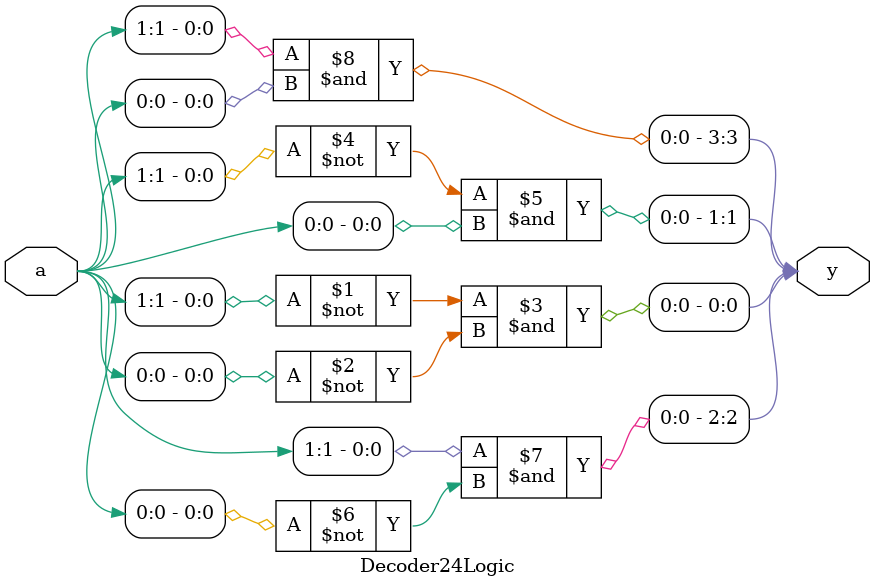
<source format=sv>
module Decoder24Logic(
    input  logic [1:0] a,
    output logic [3:0] y ); 
    
    assign y[0] = ~a[1] & ~a[0];
    assign y[1] = ~a[1] &  a[0];
    assign y[2] =  a[1] & ~a[0];
    assign y[3] =  a[1] &  a[0];
endmodule
</source>
